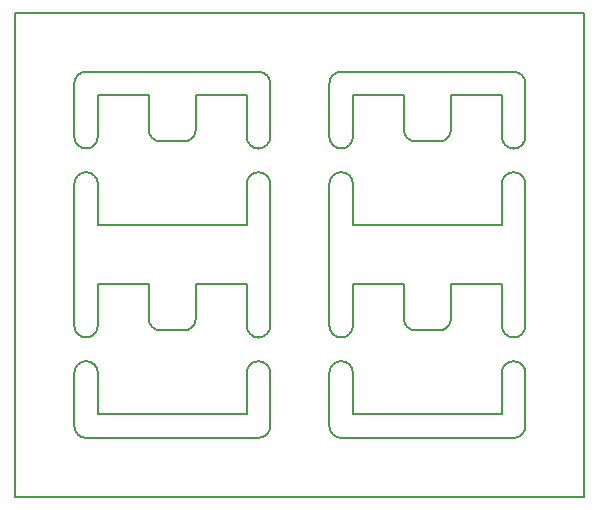
<source format=gm1>
G04 #@! TF.GenerationSoftware,KiCad,Pcbnew,(7.0.0-0)*
G04 #@! TF.CreationDate,2025-09-03T19:42:49+12:00*
G04 #@! TF.ProjectId,polar_light_panelized_X4,706f6c61-725f-46c6-9967-68745f70616e,rev?*
G04 #@! TF.SameCoordinates,Original*
G04 #@! TF.FileFunction,Profile,NP*
%FSLAX46Y46*%
G04 Gerber Fmt 4.6, Leading zero omitted, Abs format (unit mm)*
G04 Created by KiCad (PCBNEW (7.0.0-0)) date 2025-09-03 19:42:49*
%MOMM*%
%LPD*%
G01*
G04 APERTURE LIST*
G04 #@! TA.AperFunction,Profile*
%ADD10C,0.150000*%
G04 #@! TD*
G04 APERTURE END LIST*
D10*
X132600036Y-80450001D02*
X132600034Y-83950001D01*
X154200035Y-91450038D02*
X154200032Y-87950074D01*
X136900099Y-99350001D02*
G75*
G03*
X137900036Y-100350001I999901J-99D01*
G01*
X166800000Y-96450000D02*
X162500000Y-96450000D01*
X136900036Y-80450001D02*
X136900036Y-83350001D01*
X152200000Y-99950000D02*
X152200034Y-87950074D01*
X154200035Y-80450038D02*
X154200033Y-83950038D01*
X130600035Y-103950037D02*
X130600036Y-108450001D01*
X154200000Y-96450000D02*
X158500000Y-96450000D01*
X168800000Y-103950000D02*
X168800000Y-108450001D01*
X166800038Y-83950002D02*
X166800035Y-80450038D01*
X152200000Y-108450000D02*
G75*
G03*
X153200000Y-109450000I1000000J0D01*
G01*
X166800035Y-80450038D02*
X162500035Y-80450038D01*
X166800000Y-107450000D02*
X166800002Y-103950000D01*
X132600036Y-96450001D02*
X136900036Y-96450001D01*
X154200035Y-91450038D02*
X166800035Y-91450038D01*
X130600036Y-83950001D02*
X130600036Y-79450001D01*
X159500035Y-84350038D02*
X161500035Y-84350038D01*
X147200099Y-79450001D02*
G75*
G03*
X146200036Y-78450001I-1000099J-99D01*
G01*
X158500000Y-99350000D02*
G75*
G03*
X159500000Y-100350000I1000000J0D01*
G01*
X145200036Y-80450001D02*
X140900036Y-80450001D01*
X158500035Y-80450038D02*
X158500035Y-83350038D01*
X130600099Y-108450001D02*
G75*
G03*
X131600036Y-109450001I999901J-99D01*
G01*
X132600036Y-80450001D02*
X136900036Y-80450001D01*
X158500000Y-96450000D02*
X158500000Y-99350000D01*
X158499962Y-83350038D02*
G75*
G03*
X159500035Y-84350038I999938J-62D01*
G01*
X166800003Y-99949964D02*
X166800000Y-96450000D01*
X132600036Y-91450001D02*
X132600033Y-87950037D01*
X136900099Y-83350001D02*
G75*
G03*
X137900036Y-84350001I999901J-99D01*
G01*
X146200036Y-109449936D02*
G75*
G03*
X147200036Y-108450002I64J999936D01*
G01*
X162500000Y-99350000D02*
X162500000Y-96450000D01*
X140900036Y-83350001D02*
X140900036Y-80450001D01*
X131600036Y-78449936D02*
G75*
G03*
X130600036Y-79450001I64J-1000064D01*
G01*
X154200000Y-107450000D02*
X154199997Y-103950036D01*
X161500000Y-100350000D02*
G75*
G03*
X162500000Y-99350000I0J1000000D01*
G01*
X145200039Y-99949965D02*
X145200036Y-96450001D01*
X132600036Y-107450001D02*
X145200036Y-107450001D01*
X168800035Y-87950038D02*
X168800001Y-99949964D01*
X167800000Y-109450000D02*
X153200000Y-109450000D01*
X137900036Y-100350001D02*
X139900036Y-100350001D01*
X139900036Y-84349936D02*
G75*
G03*
X140900036Y-83350001I64J999936D01*
G01*
X145200036Y-91450001D02*
X145200038Y-87950001D01*
X154200035Y-80450038D02*
X158500035Y-80450038D01*
X153200035Y-78450038D02*
X167800035Y-78450038D01*
X140900036Y-99350001D02*
X140900036Y-96450001D01*
X168800062Y-79450038D02*
G75*
G03*
X167800035Y-78450038I-1000062J-62D01*
G01*
X161500035Y-84350035D02*
G75*
G03*
X162500035Y-83350038I-35J1000035D01*
G01*
X137900036Y-84350001D02*
X139900036Y-84350001D01*
X145200036Y-107450001D02*
X145200038Y-103950001D01*
X154200000Y-107450000D02*
X166800000Y-107450000D01*
X152199999Y-103950036D02*
X152200000Y-108450000D01*
X153200035Y-78450035D02*
G75*
G03*
X152200035Y-79450038I-35J-999965D01*
G01*
X162500035Y-83350038D02*
X162500035Y-80450038D01*
X136900036Y-96450001D02*
X136900036Y-99350001D01*
X145200036Y-96450001D02*
X140900036Y-96450001D01*
X131600036Y-78450001D02*
X146200036Y-78450001D01*
X125600000Y-73450000D02*
X173800000Y-73450000D01*
X173800000Y-73450000D02*
X173800000Y-114450000D01*
X173800000Y-114450000D02*
X125600000Y-114450000D01*
X125600000Y-114450000D02*
X125600000Y-73450000D01*
X130600035Y-87950037D02*
X130600036Y-99950001D01*
X159500000Y-100350000D02*
X161500000Y-100350000D01*
X147200036Y-103950001D02*
X147200036Y-108450002D01*
X132600036Y-107450001D02*
X132600033Y-103950037D01*
X132600036Y-96450001D02*
X132600034Y-99950001D01*
X147200036Y-87950001D02*
X147200037Y-99949965D01*
X168800036Y-83950002D02*
X168800035Y-79450038D01*
X132600036Y-91450001D02*
X145200036Y-91450001D01*
X147200037Y-83949965D02*
X147200036Y-79450001D01*
X154200000Y-96450000D02*
X154199998Y-99950000D01*
X139900036Y-100349936D02*
G75*
G03*
X140900036Y-99350001I64J999936D01*
G01*
X145200039Y-83949965D02*
X145200036Y-80450001D01*
X166800035Y-91450038D02*
X166800037Y-87950038D01*
X146200036Y-109450001D02*
X131600036Y-109450001D01*
X167800000Y-109450000D02*
G75*
G03*
X168800000Y-108450001I0J1000000D01*
G01*
X152200035Y-83950038D02*
X152200035Y-79450038D01*
X132600033Y-103950037D02*
G75*
G03*
X130600035Y-103950037I-999999J19D01*
G01*
X130600038Y-99950001D02*
G75*
G03*
X132600034Y-99950001I999998J-20D01*
G01*
X154200032Y-87950074D02*
G75*
G03*
X152200034Y-87950074I-999999J19D01*
G01*
X152200037Y-83950038D02*
G75*
G03*
X154200033Y-83950038I999998J-20D01*
G01*
X166800003Y-99949964D02*
G75*
G03*
X168800001Y-99949964I999999J-19D01*
G01*
X168799998Y-103950000D02*
G75*
G03*
X166800002Y-103950000I-999998J20D01*
G01*
X166800038Y-83950002D02*
G75*
G03*
X168800036Y-83950002I999999J-19D01*
G01*
X168800033Y-87950038D02*
G75*
G03*
X166800037Y-87950038I-999998J20D01*
G01*
X145200039Y-83949965D02*
G75*
G03*
X147200037Y-83949965I999999J-19D01*
G01*
X147200034Y-87950001D02*
G75*
G03*
X145200038Y-87950001I-999998J20D01*
G01*
X132600033Y-87950037D02*
G75*
G03*
X130600035Y-87950037I-999999J19D01*
G01*
X130600038Y-83950001D02*
G75*
G03*
X132600034Y-83950001I999998J-20D01*
G01*
X145200039Y-99949965D02*
G75*
G03*
X147200037Y-99949965I999999J-19D01*
G01*
X147200034Y-103950001D02*
G75*
G03*
X145200038Y-103950001I-999998J20D01*
G01*
X154199997Y-103950036D02*
G75*
G03*
X152199999Y-103950036I-999999J19D01*
G01*
X152200002Y-99950000D02*
G75*
G03*
X154199998Y-99950000I999998J-20D01*
G01*
M02*

</source>
